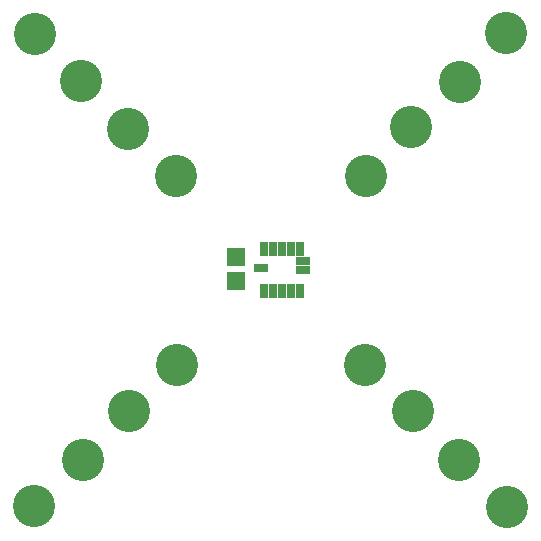
<source format=gbr>
G04 #@! TF.FileFunction,Soldermask,Bot*
%FSLAX46Y46*%
G04 Gerber Fmt 4.6, Leading zero omitted, Abs format (unit mm)*
G04 Created by KiCad (PCBNEW 4.0.6) date 05/07/17 20:49:46*
%MOMM*%
%LPD*%
G01*
G04 APERTURE LIST*
%ADD10C,0.100000*%
%ADD11R,1.600000X1.600000*%
%ADD12C,2.940000*%
%ADD13C,3.575000*%
%ADD14R,0.750000X1.205000*%
%ADD15R,1.205000X0.800000*%
G04 APERTURE END LIST*
D10*
D11*
X115395100Y-104222900D03*
X115395100Y-106322900D03*
D12*
X130325100Y-117333900D03*
D13*
X130325100Y-117333900D03*
D12*
X106321100Y-117338900D03*
D13*
X106321100Y-117338900D03*
D12*
X130194100Y-93289900D03*
D13*
X130194100Y-93289900D03*
D12*
X106259100Y-93409900D03*
D13*
X106259100Y-93409900D03*
D12*
X126306100Y-113411900D03*
D13*
X126306100Y-113411900D03*
D12*
X110398100Y-113399900D03*
D13*
X110398100Y-113399900D03*
D12*
X126394100Y-97417900D03*
D13*
X126394100Y-97417900D03*
D12*
X110263100Y-97419900D03*
D13*
X110263100Y-97419900D03*
D12*
X138327100Y-125426900D03*
D13*
X138327100Y-125426900D03*
D12*
X98266100Y-125325900D03*
D13*
X98266100Y-125325900D03*
D12*
X138258100Y-85326900D03*
D13*
X138258100Y-85326900D03*
D12*
X98363100Y-85358900D03*
D13*
X98363100Y-85358900D03*
D12*
X134288100Y-121406900D03*
D13*
X134288100Y-121406900D03*
D12*
X102400100Y-121407900D03*
D13*
X102400100Y-121407900D03*
D12*
X134339100Y-89424900D03*
D13*
X134339100Y-89424900D03*
D12*
X102272100Y-89399900D03*
D13*
X102272100Y-89399900D03*
D14*
X117755900Y-103602000D03*
X118505900Y-103602000D03*
X119255900Y-103602000D03*
X120005900Y-103602000D03*
X120755900Y-103602000D03*
D15*
X121028400Y-104574500D03*
D14*
X120755900Y-107147000D03*
X120005900Y-107147000D03*
X119255900Y-107147000D03*
X118505900Y-107147000D03*
X117755900Y-107147000D03*
D15*
X117483400Y-105199500D03*
X121028400Y-105374500D03*
M02*

</source>
